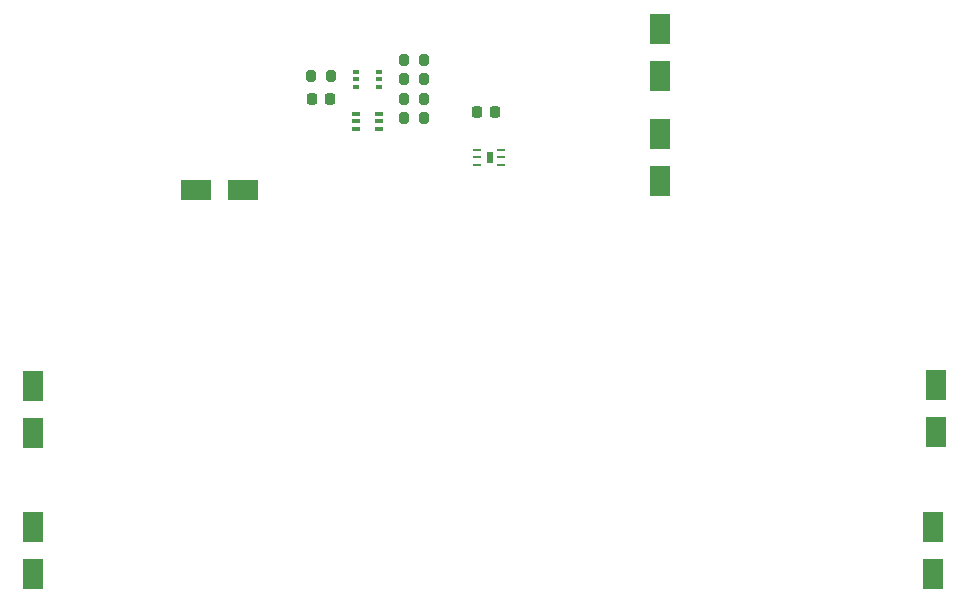
<source format=gtp>
%TF.GenerationSoftware,KiCad,Pcbnew,(6.0.5)*%
%TF.CreationDate,2022-07-09T16:18:45-07:00*%
%TF.ProjectId,solar-panel-side-Y-minus,736f6c61-722d-4706-916e-656c2d736964,rev?*%
%TF.SameCoordinates,Original*%
%TF.FileFunction,Paste,Top*%
%TF.FilePolarity,Positive*%
%FSLAX46Y46*%
G04 Gerber Fmt 4.6, Leading zero omitted, Abs format (unit mm)*
G04 Created by KiCad (PCBNEW (6.0.5)) date 2022-07-09 16:18:45*
%MOMM*%
%LPD*%
G01*
G04 APERTURE LIST*
G04 Aperture macros list*
%AMRoundRect*
0 Rectangle with rounded corners*
0 $1 Rounding radius*
0 $2 $3 $4 $5 $6 $7 $8 $9 X,Y pos of 4 corners*
0 Add a 4 corners polygon primitive as box body*
4,1,4,$2,$3,$4,$5,$6,$7,$8,$9,$2,$3,0*
0 Add four circle primitives for the rounded corners*
1,1,$1+$1,$2,$3*
1,1,$1+$1,$4,$5*
1,1,$1+$1,$6,$7*
1,1,$1+$1,$8,$9*
0 Add four rect primitives between the rounded corners*
20,1,$1+$1,$2,$3,$4,$5,0*
20,1,$1+$1,$4,$5,$6,$7,0*
20,1,$1+$1,$6,$7,$8,$9,0*
20,1,$1+$1,$8,$9,$2,$3,0*%
G04 Aperture macros list end*
%ADD10C,0.010000*%
%ADD11R,1.700000X2.500000*%
%ADD12RoundRect,0.225000X-0.225000X-0.250000X0.225000X-0.250000X0.225000X0.250000X-0.225000X0.250000X0*%
%ADD13R,2.500000X1.700000*%
%ADD14RoundRect,0.200000X0.200000X0.275000X-0.200000X0.275000X-0.200000X-0.275000X0.200000X-0.275000X0*%
%ADD15RoundRect,0.200000X-0.200000X-0.275000X0.200000X-0.275000X0.200000X0.275000X-0.200000X0.275000X0*%
%ADD16R,0.600000X0.400000*%
%ADD17R,0.650000X0.400000*%
%ADD18RoundRect,0.225000X0.225000X0.250000X-0.225000X0.250000X-0.225000X-0.250000X0.225000X-0.250000X0*%
%ADD19R,0.740000X0.270000*%
G04 APERTURE END LIST*
G36*
X147784000Y-91362000D02*
G01*
X147364000Y-91362000D01*
X147364000Y-90502000D01*
X147784000Y-90502000D01*
X147784000Y-91362000D01*
G37*
D10*
X147784000Y-91362000D02*
X147364000Y-91362000D01*
X147364000Y-90502000D01*
X147784000Y-90502000D01*
X147784000Y-91362000D01*
D11*
X108966000Y-114268000D03*
X108966000Y-110268000D03*
X185166000Y-122206000D03*
X185166000Y-126206000D03*
X108966000Y-126206000D03*
X108966000Y-122206000D03*
X162052000Y-88932000D03*
X162052000Y-92932000D03*
D12*
X146545000Y-87122000D03*
X148095000Y-87122000D03*
D11*
X185420000Y-110236000D03*
X185420000Y-114236000D03*
D13*
X122714000Y-93726000D03*
X126714000Y-93726000D03*
D11*
X162052000Y-80042000D03*
X162052000Y-84042000D03*
D14*
X142049000Y-84328000D03*
X140399000Y-84328000D03*
X142049000Y-85979000D03*
X140399000Y-85979000D03*
X142049000Y-82677000D03*
X140399000Y-82677000D03*
D15*
X140399000Y-87630000D03*
X142049000Y-87630000D03*
D16*
X138237000Y-84978000D03*
X138237000Y-84328000D03*
X138237000Y-83678000D03*
X136337000Y-83678000D03*
X136337000Y-84328000D03*
X136337000Y-84978000D03*
D15*
X132525000Y-84074000D03*
X134175000Y-84074000D03*
D17*
X138237000Y-88534000D03*
X138237000Y-87884000D03*
X138237000Y-87234000D03*
X136337000Y-87234000D03*
X136337000Y-87884000D03*
X136337000Y-88534000D03*
D18*
X134125000Y-85979000D03*
X132575000Y-85979000D03*
D19*
X146579000Y-90282000D03*
X146579000Y-90932000D03*
X146579000Y-91582000D03*
X148569000Y-91582000D03*
X148569000Y-90932000D03*
X148569000Y-90282000D03*
M02*

</source>
